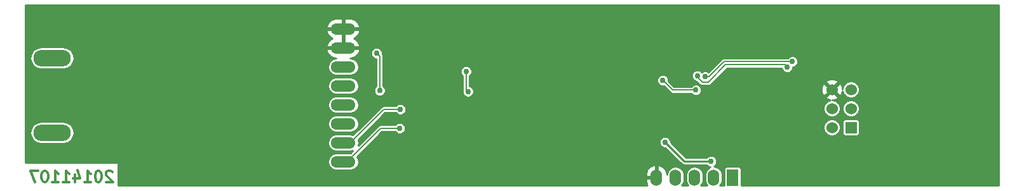
<source format=gbl>
G04 #@! TF.FileFunction,Copper,L2,Bot,Signal*
%FSLAX46Y46*%
G04 Gerber Fmt 4.6, Leading zero omitted, Abs format (unit mm)*
G04 Created by KiCad (PCBNEW 0.201411071246+5256~19~ubuntu14.04.1-product) date Sun 09 Nov 2014 14:56:43 NZDT*
%MOMM*%
G01*
G04 APERTURE LIST*
%ADD10C,0.150000*%
%ADD11C,0.300000*%
%ADD12R,1.524000X1.524000*%
%ADD13C,1.524000*%
%ADD14O,3.302000X1.524000*%
%ADD15O,5.000000X2.199640*%
%ADD16R,1.524000X2.199640*%
%ADD17O,1.524000X2.199640*%
%ADD18C,0.762000*%
%ADD19C,0.254000*%
%ADD20C,0.177800*%
G04 APERTURE END LIST*
D10*
D11*
X43020570Y-72727429D02*
X42949141Y-72656000D01*
X42806284Y-72584571D01*
X42449141Y-72584571D01*
X42306284Y-72656000D01*
X42234855Y-72727429D01*
X42163427Y-72870286D01*
X42163427Y-73013143D01*
X42234855Y-73227429D01*
X43091998Y-74084571D01*
X42163427Y-74084571D01*
X41234856Y-72584571D02*
X41091999Y-72584571D01*
X40949142Y-72656000D01*
X40877713Y-72727429D01*
X40806284Y-72870286D01*
X40734856Y-73156000D01*
X40734856Y-73513143D01*
X40806284Y-73798857D01*
X40877713Y-73941714D01*
X40949142Y-74013143D01*
X41091999Y-74084571D01*
X41234856Y-74084571D01*
X41377713Y-74013143D01*
X41449142Y-73941714D01*
X41520570Y-73798857D01*
X41591999Y-73513143D01*
X41591999Y-73156000D01*
X41520570Y-72870286D01*
X41449142Y-72727429D01*
X41377713Y-72656000D01*
X41234856Y-72584571D01*
X39306285Y-74084571D02*
X40163428Y-74084571D01*
X39734856Y-74084571D02*
X39734856Y-72584571D01*
X39877713Y-72798857D01*
X40020571Y-72941714D01*
X40163428Y-73013143D01*
X38020571Y-73084571D02*
X38020571Y-74084571D01*
X38377714Y-72513143D02*
X38734857Y-73584571D01*
X37806285Y-73584571D01*
X36449143Y-74084571D02*
X37306286Y-74084571D01*
X36877714Y-74084571D02*
X36877714Y-72584571D01*
X37020571Y-72798857D01*
X37163429Y-72941714D01*
X37306286Y-73013143D01*
X35020572Y-74084571D02*
X35877715Y-74084571D01*
X35449143Y-74084571D02*
X35449143Y-72584571D01*
X35592000Y-72798857D01*
X35734858Y-72941714D01*
X35877715Y-73013143D01*
X34092001Y-72584571D02*
X33949144Y-72584571D01*
X33806287Y-72656000D01*
X33734858Y-72727429D01*
X33663429Y-72870286D01*
X33592001Y-73156000D01*
X33592001Y-73513143D01*
X33663429Y-73798857D01*
X33734858Y-73941714D01*
X33806287Y-74013143D01*
X33949144Y-74084571D01*
X34092001Y-74084571D01*
X34234858Y-74013143D01*
X34306287Y-73941714D01*
X34377715Y-73798857D01*
X34449144Y-73513143D01*
X34449144Y-73156000D01*
X34377715Y-72870286D01*
X34306287Y-72727429D01*
X34234858Y-72656000D01*
X34092001Y-72584571D01*
X33092001Y-72584571D02*
X32092001Y-72584571D01*
X32734858Y-74084571D01*
D12*
X141478000Y-66802000D03*
D13*
X138938000Y-66802000D03*
X141478000Y-64262000D03*
X138938000Y-64262000D03*
X141478000Y-61722000D03*
X138938000Y-61722000D03*
D14*
X73787000Y-71390000D03*
X73787000Y-68850000D03*
X73787000Y-66310000D03*
X73787000Y-63770000D03*
X73787000Y-61230000D03*
X73787000Y-58690000D03*
X73787000Y-56150000D03*
X73787000Y-53610000D03*
D15*
X35000000Y-57500000D03*
X35000000Y-67500000D03*
D16*
X125680000Y-73500000D03*
D17*
X123140000Y-73500000D03*
X120600000Y-73500000D03*
X118060000Y-73500000D03*
X115520000Y-73500000D03*
D18*
X116687600Y-68757800D03*
X122834400Y-71323200D03*
X116403051Y-60484308D03*
X120802400Y-61798200D03*
X81330800Y-66903600D03*
X81407000Y-64363600D03*
X121005773Y-59857828D03*
X132987831Y-58730688D03*
X122010690Y-60007500D03*
X133667500Y-57975500D03*
X93472000Y-66040000D03*
X132842000Y-60960000D03*
X144272000Y-68580000D03*
X142240000Y-71120000D03*
X136144000Y-71489561D03*
X136144000Y-70612000D03*
X155956000Y-64516000D03*
X154432000Y-64516000D03*
X152908000Y-64516000D03*
X151384000Y-64516000D03*
X149860000Y-64516000D03*
X148336000Y-64516000D03*
X147828000Y-62992000D03*
X149352000Y-62992000D03*
X150876000Y-62992000D03*
X152400000Y-62992000D03*
X153924000Y-62992000D03*
X155448000Y-62992000D03*
X155956000Y-61468000D03*
X154432000Y-61468000D03*
X152908000Y-61468000D03*
X151384000Y-61468000D03*
X149860000Y-61468000D03*
X148336000Y-61468000D03*
X147828000Y-59944000D03*
X149352000Y-59944000D03*
X150876000Y-59944000D03*
X152400000Y-59944000D03*
X153924000Y-59944000D03*
X155448000Y-59944000D03*
X155956000Y-58420000D03*
X154432000Y-58420000D03*
X152908000Y-58420000D03*
X151384000Y-58420000D03*
X149860000Y-58420000D03*
X148336000Y-58420000D03*
X155448000Y-56896000D03*
X153924000Y-56896000D03*
X152400000Y-56896000D03*
X150876000Y-56896000D03*
X149352000Y-56896000D03*
X147828000Y-56896000D03*
X160782000Y-56964990D03*
X160020000Y-56964990D03*
X159258000Y-56964580D03*
X159255266Y-59250090D03*
X160020000Y-59251010D03*
X160782000Y-59251010D03*
X126746000Y-68326000D03*
X129540000Y-65278000D03*
X127264813Y-57108856D03*
X125222000Y-57087998D03*
X115000000Y-63100000D03*
X117200000Y-63900000D03*
X88519000Y-73406000D03*
X88519000Y-72390000D03*
X88519000Y-70612000D03*
X88519000Y-69596000D03*
X91567000Y-73533000D03*
X91567000Y-72517000D03*
X91567000Y-71501000D03*
X110363000Y-72263000D03*
X110363000Y-71247000D03*
X110363000Y-70231000D03*
X98298000Y-71247000D03*
X119888000Y-54610000D03*
X109220000Y-54610000D03*
X52324000Y-60198000D03*
X52324000Y-61468000D03*
X53340000Y-61468000D03*
X53340000Y-60198000D03*
X38608000Y-53086000D03*
X38608000Y-54102000D03*
X38608000Y-59182000D03*
X38608000Y-58166000D03*
X54356000Y-71120000D03*
X55372000Y-71120000D03*
X56388000Y-71120000D03*
X58674000Y-53086000D03*
X59690000Y-53086000D03*
X60706000Y-53086000D03*
X66548000Y-53086000D03*
X67564000Y-53086000D03*
X68580000Y-53086000D03*
X62230000Y-71120000D03*
X63246000Y-71120000D03*
X64262000Y-71120000D03*
X100027740Y-59923682D03*
X100606860Y-65552318D03*
X100329479Y-71246479D03*
X121412000Y-63754000D03*
X124460000Y-61468000D03*
X136207500Y-56832500D03*
X104457500Y-63182500D03*
X78232000Y-56845200D03*
X78648558Y-61849000D03*
X90170000Y-59309000D03*
X90424000Y-61976000D03*
D19*
X122834400Y-71323200D02*
X119253000Y-71323200D01*
X119253000Y-71323200D02*
X116687600Y-68757800D01*
X125680000Y-73162180D02*
X125680000Y-73500000D01*
D20*
X116784050Y-60865307D02*
X116403051Y-60484308D01*
X117716943Y-61798200D02*
X116784050Y-60865307D01*
X120802400Y-61798200D02*
X117716943Y-61798200D01*
X78765400Y-66903600D02*
X81330800Y-66903600D01*
X74279000Y-71390000D02*
X78765400Y-66903600D01*
X73787000Y-71390000D02*
X74279000Y-71390000D01*
X79162400Y-64363600D02*
X81407000Y-64363600D01*
X74676000Y-68850000D02*
X79162400Y-64363600D01*
X73787000Y-68850000D02*
X74676000Y-68850000D01*
X121663217Y-60731401D02*
X122436274Y-60731401D01*
X121005773Y-60073957D02*
X121663217Y-60731401D01*
X121005773Y-59857828D02*
X121005773Y-60073957D01*
X122436274Y-60731401D02*
X124760365Y-58407310D01*
X132664453Y-58407310D02*
X132987831Y-58730688D01*
X124760365Y-58407310D02*
X132664453Y-58407310D01*
X124581505Y-57975500D02*
X133667500Y-57975500D01*
X122549505Y-60007500D02*
X124581505Y-57975500D01*
X122010690Y-60007500D02*
X122549505Y-60007500D01*
D19*
X144272000Y-68580000D02*
X148336000Y-64516000D01*
X104457500Y-63182500D02*
X102087682Y-65552318D01*
X102087682Y-65552318D02*
X100606860Y-65552318D01*
X115000000Y-63100000D02*
X115000000Y-60390000D01*
X115000000Y-60390000D02*
X109220000Y-54610000D01*
X125222000Y-57087998D02*
X122365998Y-57087998D01*
X122365998Y-57087998D02*
X119888000Y-54610000D01*
X142240000Y-71120000D02*
X144272000Y-69088000D01*
X144272000Y-69088000D02*
X144272000Y-68580000D01*
X136144000Y-70612000D02*
X136144000Y-71489561D01*
D20*
X154432000Y-64516000D02*
X155956000Y-64516000D01*
X151384000Y-64516000D02*
X152908000Y-64516000D01*
X148336000Y-64516000D02*
X149860000Y-64516000D01*
X149352000Y-62992000D02*
X147828000Y-62992000D01*
X152400000Y-62992000D02*
X150876000Y-62992000D01*
X155448000Y-62992000D02*
X153924000Y-62992000D01*
X154432000Y-61468000D02*
X155956000Y-61468000D01*
X151384000Y-61468000D02*
X152908000Y-61468000D01*
X148336000Y-61468000D02*
X149860000Y-61468000D01*
X149352000Y-59944000D02*
X147828000Y-59944000D01*
X152400000Y-59944000D02*
X150876000Y-59944000D01*
X155448000Y-59944000D02*
X153924000Y-59944000D01*
X154432000Y-58420000D02*
X155956000Y-58420000D01*
X151384000Y-58420000D02*
X152908000Y-58420000D01*
X148336000Y-58420000D02*
X149860000Y-58420000D01*
X153924000Y-56896000D02*
X155448000Y-56896000D01*
X150876000Y-56896000D02*
X152400000Y-56896000D01*
X147828000Y-56896000D02*
X149352000Y-56896000D01*
X160782000Y-56964990D02*
X160401001Y-57345989D01*
X160401001Y-57345989D02*
X160401001Y-58870011D01*
X160401001Y-58870011D02*
X160782000Y-59251010D01*
X159258000Y-56964580D02*
X160017925Y-56967065D01*
X160017925Y-56967065D02*
X160020000Y-56964990D01*
X160020000Y-59251010D02*
X159256186Y-59251010D01*
X159256186Y-59251010D02*
X159255266Y-59250090D01*
D19*
X125222000Y-57087998D02*
X127243955Y-57087998D01*
X127243955Y-57087998D02*
X127264813Y-57108856D01*
X88519000Y-72390000D02*
X88519000Y-73406000D01*
X88519000Y-69596000D02*
X88519000Y-70612000D01*
X91567000Y-71501000D02*
X91567000Y-72517000D01*
X110363000Y-70231000D02*
X110363000Y-71247000D01*
X52324000Y-60198000D02*
X52324000Y-61468000D01*
X53340000Y-61468000D02*
X53340000Y-60198000D01*
X38608000Y-53086000D02*
X38608000Y-54102000D01*
X38608000Y-59182000D02*
X38608000Y-58166000D01*
X54356000Y-71120000D02*
X55372000Y-71120000D01*
X58674000Y-53086000D02*
X59690000Y-53086000D01*
X66548000Y-53086000D02*
X67564000Y-53086000D01*
X62230000Y-71120000D02*
X63246000Y-71120000D01*
D20*
X78648558Y-57261758D02*
X78648558Y-61849000D01*
X78232000Y-56845200D02*
X78648558Y-57261758D01*
X90170000Y-61722000D02*
X90424000Y-61976000D01*
X90170000Y-59309000D02*
X90170000Y-61722000D01*
D19*
G36*
X161163000Y-74569000D02*
X142621198Y-74569000D01*
X142621198Y-64035641D01*
X142621198Y-61495641D01*
X142447554Y-61075388D01*
X142126303Y-60753577D01*
X141706354Y-60579199D01*
X141251641Y-60578802D01*
X140831388Y-60752446D01*
X140509577Y-61073697D01*
X140335199Y-61493646D01*
X140335029Y-61687660D01*
X140319362Y-61374632D01*
X140160397Y-60990857D01*
X139918213Y-60921392D01*
X139738608Y-61100997D01*
X139738608Y-60741787D01*
X139669143Y-60499603D01*
X139145698Y-60312856D01*
X138590632Y-60340638D01*
X138206857Y-60499603D01*
X138137392Y-60741787D01*
X138938000Y-61542395D01*
X139738608Y-60741787D01*
X139738608Y-61100997D01*
X139117605Y-61722000D01*
X139918213Y-62522608D01*
X140160397Y-62453143D01*
X140337852Y-61955741D01*
X140508446Y-62368612D01*
X140829697Y-62690423D01*
X141249646Y-62864801D01*
X141704359Y-62865198D01*
X142124612Y-62691554D01*
X142446423Y-62370303D01*
X142620801Y-61950354D01*
X142621198Y-61495641D01*
X142621198Y-64035641D01*
X142447554Y-63615388D01*
X142126303Y-63293577D01*
X141706354Y-63119199D01*
X141251641Y-63118802D01*
X140831388Y-63292446D01*
X140509577Y-63613697D01*
X140335199Y-64033646D01*
X140334802Y-64488359D01*
X140508446Y-64908612D01*
X140829697Y-65230423D01*
X141249646Y-65404801D01*
X141704359Y-65405198D01*
X142124612Y-65231554D01*
X142446423Y-64910303D01*
X142620801Y-64490354D01*
X142621198Y-64035641D01*
X142621198Y-74569000D01*
X142621000Y-74569000D01*
X142621000Y-67639785D01*
X142621000Y-67488214D01*
X142621000Y-65964214D01*
X142562996Y-65824180D01*
X142455819Y-65717004D01*
X142315785Y-65659000D01*
X142164214Y-65659000D01*
X140640214Y-65659000D01*
X140500180Y-65717004D01*
X140393004Y-65824181D01*
X140335000Y-65964215D01*
X140335000Y-66115786D01*
X140335000Y-67639786D01*
X140393004Y-67779820D01*
X140500181Y-67886996D01*
X140640215Y-67945000D01*
X140791786Y-67945000D01*
X142315786Y-67945000D01*
X142455820Y-67886996D01*
X142562996Y-67779819D01*
X142621000Y-67639785D01*
X142621000Y-74569000D01*
X140081198Y-74569000D01*
X140081198Y-66575641D01*
X140081198Y-64035641D01*
X139907554Y-63615388D01*
X139586303Y-63293577D01*
X139166354Y-63119199D01*
X138972339Y-63119029D01*
X139285368Y-63103362D01*
X139669143Y-62944397D01*
X139738608Y-62702213D01*
X138938000Y-61901605D01*
X138758395Y-62081210D01*
X138758395Y-61722000D01*
X137957787Y-60921392D01*
X137715603Y-60990857D01*
X137528856Y-61514302D01*
X137556638Y-62069368D01*
X137715603Y-62453143D01*
X137957787Y-62522608D01*
X138758395Y-61722000D01*
X138758395Y-62081210D01*
X138137392Y-62702213D01*
X138206857Y-62944397D01*
X138704258Y-63121852D01*
X138291388Y-63292446D01*
X137969577Y-63613697D01*
X137795199Y-64033646D01*
X137794802Y-64488359D01*
X137968446Y-64908612D01*
X138289697Y-65230423D01*
X138709646Y-65404801D01*
X139164359Y-65405198D01*
X139584612Y-65231554D01*
X139906423Y-64910303D01*
X140080801Y-64490354D01*
X140081198Y-64035641D01*
X140081198Y-66575641D01*
X139907554Y-66155388D01*
X139586303Y-65833577D01*
X139166354Y-65659199D01*
X138711641Y-65658802D01*
X138291388Y-65832446D01*
X137969577Y-66153697D01*
X137795199Y-66573646D01*
X137794802Y-67028359D01*
X137968446Y-67448612D01*
X138289697Y-67770423D01*
X138709646Y-67944801D01*
X139164359Y-67945198D01*
X139584612Y-67771554D01*
X139906423Y-67450303D01*
X140080801Y-67030354D01*
X140081198Y-66575641D01*
X140081198Y-74569000D01*
X134429632Y-74569000D01*
X134429632Y-57824594D01*
X134313868Y-57544426D01*
X134099702Y-57329885D01*
X133819736Y-57213633D01*
X133516594Y-57213368D01*
X133236426Y-57329132D01*
X133059649Y-57505600D01*
X124581505Y-57505600D01*
X124401682Y-57541369D01*
X124249236Y-57643230D01*
X122486698Y-59405768D01*
X122442892Y-59361885D01*
X122162926Y-59245633D01*
X121859784Y-59245368D01*
X121584584Y-59359079D01*
X121437975Y-59212213D01*
X121158009Y-59095961D01*
X120854867Y-59095696D01*
X120574699Y-59211460D01*
X120360158Y-59425626D01*
X120243906Y-59705592D01*
X120243641Y-60008734D01*
X120359405Y-60288902D01*
X120573571Y-60503443D01*
X120853537Y-60619695D01*
X120887001Y-60619724D01*
X121330947Y-61063670D01*
X121330948Y-61063670D01*
X121483394Y-61165532D01*
X121663217Y-61201301D01*
X122436274Y-61201301D01*
X122436274Y-61201300D01*
X122616097Y-61165532D01*
X122768543Y-61063670D01*
X124955003Y-58877210D01*
X132225702Y-58877210D01*
X132225699Y-58881594D01*
X132341463Y-59161762D01*
X132555629Y-59376303D01*
X132835595Y-59492555D01*
X133138737Y-59492820D01*
X133418905Y-59377056D01*
X133633446Y-59162890D01*
X133749698Y-58882924D01*
X133749825Y-58737572D01*
X133818406Y-58737632D01*
X134098574Y-58621868D01*
X134313115Y-58407702D01*
X134429367Y-58127736D01*
X134429632Y-57824594D01*
X134429632Y-74569000D01*
X126823000Y-74569000D01*
X126823000Y-74524034D01*
X126823000Y-72324394D01*
X126764996Y-72184360D01*
X126657819Y-72077184D01*
X126517785Y-72019180D01*
X126366214Y-72019180D01*
X124842214Y-72019180D01*
X124702180Y-72077184D01*
X124595004Y-72184361D01*
X124537000Y-72324395D01*
X124537000Y-72475966D01*
X124537000Y-74569000D01*
X124019085Y-74569000D01*
X124195994Y-74304238D01*
X124283000Y-73866831D01*
X124283000Y-73133169D01*
X124195994Y-72695762D01*
X123948223Y-72324946D01*
X123577407Y-72077175D01*
X123191043Y-72000322D01*
X123265474Y-71969568D01*
X123480015Y-71755402D01*
X123596267Y-71475436D01*
X123596532Y-71172294D01*
X123480768Y-70892126D01*
X123266602Y-70677585D01*
X122986636Y-70561333D01*
X122683494Y-70561068D01*
X122403326Y-70676832D01*
X122264715Y-70815200D01*
X121564532Y-70815200D01*
X121564532Y-61647294D01*
X121448768Y-61367126D01*
X121234602Y-61152585D01*
X120954636Y-61036333D01*
X120651494Y-61036068D01*
X120371326Y-61151832D01*
X120194549Y-61328300D01*
X117911581Y-61328300D01*
X117164965Y-60581684D01*
X117165183Y-60333402D01*
X117049419Y-60053234D01*
X116835253Y-59838693D01*
X116555287Y-59722441D01*
X116252145Y-59722176D01*
X115971977Y-59837940D01*
X115757436Y-60052106D01*
X115641184Y-60332072D01*
X115640919Y-60635214D01*
X115756683Y-60915382D01*
X115970849Y-61129923D01*
X116250815Y-61246175D01*
X116500598Y-61246393D01*
X117384674Y-62130470D01*
X117537120Y-62232331D01*
X117716943Y-62268100D01*
X120194790Y-62268100D01*
X120370198Y-62443815D01*
X120650164Y-62560067D01*
X120953306Y-62560332D01*
X121233474Y-62444568D01*
X121448015Y-62230402D01*
X121564267Y-61950436D01*
X121564532Y-61647294D01*
X121564532Y-70815200D01*
X119463420Y-70815200D01*
X117449562Y-68801341D01*
X117449732Y-68606894D01*
X117333968Y-68326726D01*
X117119802Y-68112185D01*
X116839836Y-67995933D01*
X116536694Y-67995668D01*
X116256526Y-68111432D01*
X116041985Y-68325598D01*
X115925733Y-68605564D01*
X115925468Y-68908706D01*
X116041232Y-69188874D01*
X116255398Y-69403415D01*
X116535364Y-69519667D01*
X116731218Y-69519838D01*
X118893789Y-71682410D01*
X118893790Y-71682410D01*
X119003910Y-71755990D01*
X119058596Y-71792530D01*
X119058597Y-71792531D01*
X119253000Y-71831200D01*
X122264823Y-71831200D01*
X122402198Y-71968815D01*
X122682164Y-72085067D01*
X122690770Y-72085074D01*
X122331777Y-72324946D01*
X122084006Y-72695762D01*
X121997000Y-73133169D01*
X121997000Y-73866831D01*
X122084006Y-74304238D01*
X122260914Y-74569000D01*
X121479085Y-74569000D01*
X121655994Y-74304238D01*
X121743000Y-73866831D01*
X121743000Y-73133169D01*
X121655994Y-72695762D01*
X121408223Y-72324946D01*
X121037407Y-72077175D01*
X120600000Y-71990169D01*
X120162593Y-72077175D01*
X119791777Y-72324946D01*
X119544006Y-72695762D01*
X119457000Y-73133169D01*
X119457000Y-73866831D01*
X119544006Y-74304238D01*
X119720914Y-74569000D01*
X118939085Y-74569000D01*
X119115994Y-74304238D01*
X119203000Y-73866831D01*
X119203000Y-73133169D01*
X119115994Y-72695762D01*
X118868223Y-72324946D01*
X118497407Y-72077175D01*
X118060000Y-71990169D01*
X117622593Y-72077175D01*
X117251777Y-72324946D01*
X117004006Y-72695762D01*
X116917000Y-73133169D01*
X116917000Y-73035180D01*
X116762059Y-72510239D01*
X116418026Y-72084550D01*
X115937277Y-71822920D01*
X115863070Y-71807960D01*
X115647000Y-71930460D01*
X115647000Y-73373000D01*
X115667000Y-73373000D01*
X115667000Y-73627000D01*
X115647000Y-73627000D01*
X115647000Y-73647000D01*
X115393000Y-73647000D01*
X115393000Y-73627000D01*
X115393000Y-73373000D01*
X115393000Y-71930460D01*
X115176930Y-71807960D01*
X115102723Y-71822920D01*
X114621974Y-72084550D01*
X114277941Y-72510239D01*
X114123000Y-73035180D01*
X114123000Y-73373000D01*
X115393000Y-73373000D01*
X115393000Y-73627000D01*
X114123000Y-73627000D01*
X114123000Y-73964820D01*
X114277941Y-74489761D01*
X114341980Y-74569000D01*
X91186132Y-74569000D01*
X91186132Y-61825094D01*
X91070368Y-61544926D01*
X90856202Y-61330385D01*
X90639900Y-61240568D01*
X90639900Y-59916609D01*
X90815615Y-59741202D01*
X90931867Y-59461236D01*
X90932132Y-59158094D01*
X90816368Y-58877926D01*
X90602202Y-58663385D01*
X90322236Y-58547133D01*
X90019094Y-58546868D01*
X89738926Y-58662632D01*
X89524385Y-58876798D01*
X89408133Y-59156764D01*
X89407868Y-59459906D01*
X89523632Y-59740074D01*
X89700100Y-59916850D01*
X89700100Y-61722000D01*
X89701489Y-61728982D01*
X89701489Y-61728983D01*
X89662133Y-61823764D01*
X89661868Y-62126906D01*
X89777632Y-62407074D01*
X89991798Y-62621615D01*
X90271764Y-62737867D01*
X90574906Y-62738132D01*
X90855074Y-62622368D01*
X91069615Y-62408202D01*
X91185867Y-62128236D01*
X91186132Y-61825094D01*
X91186132Y-74569000D01*
X82169132Y-74569000D01*
X82169132Y-64212694D01*
X82053368Y-63932526D01*
X81839202Y-63717985D01*
X81559236Y-63601733D01*
X81256094Y-63601468D01*
X80975926Y-63717232D01*
X80799149Y-63893700D01*
X79410690Y-63893700D01*
X79410690Y-61698094D01*
X79294926Y-61417926D01*
X79118458Y-61241149D01*
X79118458Y-57261758D01*
X79082689Y-57081935D01*
X78993909Y-56949067D01*
X78994132Y-56694294D01*
X78878368Y-56414126D01*
X78664202Y-56199585D01*
X78384236Y-56083333D01*
X78081094Y-56083068D01*
X77800926Y-56198832D01*
X77586385Y-56412998D01*
X77470133Y-56692964D01*
X77469868Y-56996106D01*
X77585632Y-57276274D01*
X77799798Y-57490815D01*
X78079764Y-57607067D01*
X78178658Y-57607153D01*
X78178658Y-61241390D01*
X78002943Y-61416798D01*
X77886691Y-61696764D01*
X77886426Y-61999906D01*
X78002190Y-62280074D01*
X78216356Y-62494615D01*
X78496322Y-62610867D01*
X78799464Y-62611132D01*
X79079632Y-62495368D01*
X79294173Y-62281202D01*
X79410425Y-62001236D01*
X79410690Y-61698094D01*
X79410690Y-63893700D01*
X79162400Y-63893700D01*
X78982577Y-63929469D01*
X78830131Y-64031330D01*
X76030220Y-66831241D01*
X76030220Y-56493070D01*
X76030220Y-55806930D01*
X76015260Y-55732723D01*
X75753630Y-55251974D01*
X75327941Y-54907941D01*
X75233276Y-54880000D01*
X75327941Y-54852059D01*
X75753630Y-54508026D01*
X76015260Y-54027277D01*
X76030220Y-53953070D01*
X76030220Y-53266930D01*
X76015260Y-53192723D01*
X75753630Y-52711974D01*
X75327941Y-52367941D01*
X74803000Y-52213000D01*
X73914000Y-52213000D01*
X73914000Y-53483000D01*
X75907720Y-53483000D01*
X76030220Y-53266930D01*
X76030220Y-53953070D01*
X75907720Y-53737000D01*
X73914000Y-53737000D01*
X73914000Y-54753000D01*
X73914000Y-55007000D01*
X73914000Y-56023000D01*
X75907720Y-56023000D01*
X76030220Y-55806930D01*
X76030220Y-56493070D01*
X75907720Y-56277000D01*
X73914000Y-56277000D01*
X73914000Y-56297000D01*
X73660000Y-56297000D01*
X73660000Y-56277000D01*
X73660000Y-56023000D01*
X73660000Y-55007000D01*
X73660000Y-54753000D01*
X73660000Y-53737000D01*
X73660000Y-53483000D01*
X73660000Y-52213000D01*
X72771000Y-52213000D01*
X72246059Y-52367941D01*
X71820370Y-52711974D01*
X71558740Y-53192723D01*
X71543780Y-53266930D01*
X71666280Y-53483000D01*
X73660000Y-53483000D01*
X73660000Y-53737000D01*
X71666280Y-53737000D01*
X71543780Y-53953070D01*
X71558740Y-54027277D01*
X71820370Y-54508026D01*
X72246059Y-54852059D01*
X72340723Y-54880000D01*
X72246059Y-54907941D01*
X71820370Y-55251974D01*
X71558740Y-55732723D01*
X71543780Y-55806930D01*
X71666280Y-56023000D01*
X73660000Y-56023000D01*
X73660000Y-56277000D01*
X71666280Y-56277000D01*
X71543780Y-56493070D01*
X71558740Y-56567277D01*
X71820370Y-57048026D01*
X72246059Y-57392059D01*
X72771000Y-57547000D01*
X72858191Y-57547000D01*
X72420784Y-57634006D01*
X72049968Y-57881777D01*
X71802197Y-58252593D01*
X71715191Y-58690000D01*
X71802197Y-59127407D01*
X72049968Y-59498223D01*
X72420784Y-59745994D01*
X72858191Y-59833000D01*
X74715809Y-59833000D01*
X75153216Y-59745994D01*
X75524032Y-59498223D01*
X75771803Y-59127407D01*
X75858809Y-58690000D01*
X75771803Y-58252593D01*
X75524032Y-57881777D01*
X75153216Y-57634006D01*
X74715809Y-57547000D01*
X74803000Y-57547000D01*
X75327941Y-57392059D01*
X75753630Y-57048026D01*
X76015260Y-56567277D01*
X76030220Y-56493070D01*
X76030220Y-66831241D01*
X75858809Y-67002652D01*
X75858809Y-66310000D01*
X75858809Y-63770000D01*
X75858809Y-61230000D01*
X75771803Y-60792593D01*
X75524032Y-60421777D01*
X75153216Y-60174006D01*
X74715809Y-60087000D01*
X72858191Y-60087000D01*
X72420784Y-60174006D01*
X72049968Y-60421777D01*
X71802197Y-60792593D01*
X71715191Y-61230000D01*
X71802197Y-61667407D01*
X72049968Y-62038223D01*
X72420784Y-62285994D01*
X72858191Y-62373000D01*
X74715809Y-62373000D01*
X75153216Y-62285994D01*
X75524032Y-62038223D01*
X75771803Y-61667407D01*
X75858809Y-61230000D01*
X75858809Y-63770000D01*
X75771803Y-63332593D01*
X75524032Y-62961777D01*
X75153216Y-62714006D01*
X74715809Y-62627000D01*
X72858191Y-62627000D01*
X72420784Y-62714006D01*
X72049968Y-62961777D01*
X71802197Y-63332593D01*
X71715191Y-63770000D01*
X71802197Y-64207407D01*
X72049968Y-64578223D01*
X72420784Y-64825994D01*
X72858191Y-64913000D01*
X74715809Y-64913000D01*
X75153216Y-64825994D01*
X75524032Y-64578223D01*
X75771803Y-64207407D01*
X75858809Y-63770000D01*
X75858809Y-66310000D01*
X75771803Y-65872593D01*
X75524032Y-65501777D01*
X75153216Y-65254006D01*
X74715809Y-65167000D01*
X72858191Y-65167000D01*
X72420784Y-65254006D01*
X72049968Y-65501777D01*
X71802197Y-65872593D01*
X71715191Y-66310000D01*
X71802197Y-66747407D01*
X72049968Y-67118223D01*
X72420784Y-67365994D01*
X72858191Y-67453000D01*
X74715809Y-67453000D01*
X75153216Y-67365994D01*
X75524032Y-67118223D01*
X75771803Y-66747407D01*
X75858809Y-66310000D01*
X75858809Y-67002652D01*
X75081684Y-67779777D01*
X74715809Y-67707000D01*
X72858191Y-67707000D01*
X72420784Y-67794006D01*
X72049968Y-68041777D01*
X71802197Y-68412593D01*
X71715191Y-68850000D01*
X71802197Y-69287407D01*
X72049968Y-69658223D01*
X72420784Y-69905994D01*
X72858191Y-69993000D01*
X74715809Y-69993000D01*
X75084873Y-69919588D01*
X74750551Y-70253910D01*
X74715809Y-70247000D01*
X72858191Y-70247000D01*
X72420784Y-70334006D01*
X72049968Y-70581777D01*
X71802197Y-70952593D01*
X71715191Y-71390000D01*
X71802197Y-71827407D01*
X72049968Y-72198223D01*
X72420784Y-72445994D01*
X72858191Y-72533000D01*
X74715809Y-72533000D01*
X75153216Y-72445994D01*
X75524032Y-72198223D01*
X75771803Y-71827407D01*
X75858809Y-71390000D01*
X75771803Y-70952593D01*
X75615247Y-70718290D01*
X78960038Y-67373500D01*
X80723190Y-67373500D01*
X80898598Y-67549215D01*
X81178564Y-67665467D01*
X81481706Y-67665732D01*
X81761874Y-67549968D01*
X81976415Y-67335802D01*
X82092667Y-67055836D01*
X82092932Y-66752694D01*
X81977168Y-66472526D01*
X81763002Y-66257985D01*
X81483036Y-66141733D01*
X81179894Y-66141468D01*
X80899726Y-66257232D01*
X80722949Y-66433700D01*
X78765400Y-66433700D01*
X78585577Y-66469469D01*
X78433131Y-66571330D01*
X75785397Y-69219064D01*
X75858809Y-68850000D01*
X75772822Y-68417716D01*
X79357038Y-64833500D01*
X80799390Y-64833500D01*
X80974798Y-65009215D01*
X81254764Y-65125467D01*
X81557906Y-65125732D01*
X81838074Y-65009968D01*
X82052615Y-64795802D01*
X82168867Y-64515836D01*
X82169132Y-64212694D01*
X82169132Y-74569000D01*
X43837284Y-74569000D01*
X43837284Y-71525000D01*
X37937442Y-71525000D01*
X37937442Y-67500000D01*
X37937442Y-57500000D01*
X37824721Y-56933315D01*
X37503720Y-56452902D01*
X37023307Y-56131901D01*
X36456622Y-56019180D01*
X33543378Y-56019180D01*
X32976693Y-56131901D01*
X32496280Y-56452902D01*
X32175279Y-56933315D01*
X32062558Y-57500000D01*
X32175279Y-58066685D01*
X32496280Y-58547098D01*
X32976693Y-58868099D01*
X33543378Y-58980820D01*
X36456622Y-58980820D01*
X37023307Y-58868099D01*
X37503720Y-58547098D01*
X37824721Y-58066685D01*
X37937442Y-57500000D01*
X37937442Y-67500000D01*
X37824721Y-66933315D01*
X37503720Y-66452902D01*
X37023307Y-66131901D01*
X36456622Y-66019180D01*
X33543378Y-66019180D01*
X32976693Y-66131901D01*
X32496280Y-66452902D01*
X32175279Y-66933315D01*
X32062558Y-67500000D01*
X32175279Y-68066685D01*
X32496280Y-68547098D01*
X32976693Y-68868099D01*
X33543378Y-68980820D01*
X36456622Y-68980820D01*
X37023307Y-68868099D01*
X37503720Y-68547098D01*
X37824721Y-68066685D01*
X37937442Y-67500000D01*
X37937442Y-71525000D01*
X31431000Y-71525000D01*
X31431000Y-50431000D01*
X161163000Y-50431000D01*
X161163000Y-74569000D01*
X161163000Y-74569000D01*
G37*
X161163000Y-74569000D02*
X142621198Y-74569000D01*
X142621198Y-64035641D01*
X142621198Y-61495641D01*
X142447554Y-61075388D01*
X142126303Y-60753577D01*
X141706354Y-60579199D01*
X141251641Y-60578802D01*
X140831388Y-60752446D01*
X140509577Y-61073697D01*
X140335199Y-61493646D01*
X140335029Y-61687660D01*
X140319362Y-61374632D01*
X140160397Y-60990857D01*
X139918213Y-60921392D01*
X139738608Y-61100997D01*
X139738608Y-60741787D01*
X139669143Y-60499603D01*
X139145698Y-60312856D01*
X138590632Y-60340638D01*
X138206857Y-60499603D01*
X138137392Y-60741787D01*
X138938000Y-61542395D01*
X139738608Y-60741787D01*
X139738608Y-61100997D01*
X139117605Y-61722000D01*
X139918213Y-62522608D01*
X140160397Y-62453143D01*
X140337852Y-61955741D01*
X140508446Y-62368612D01*
X140829697Y-62690423D01*
X141249646Y-62864801D01*
X141704359Y-62865198D01*
X142124612Y-62691554D01*
X142446423Y-62370303D01*
X142620801Y-61950354D01*
X142621198Y-61495641D01*
X142621198Y-64035641D01*
X142447554Y-63615388D01*
X142126303Y-63293577D01*
X141706354Y-63119199D01*
X141251641Y-63118802D01*
X140831388Y-63292446D01*
X140509577Y-63613697D01*
X140335199Y-64033646D01*
X140334802Y-64488359D01*
X140508446Y-64908612D01*
X140829697Y-65230423D01*
X141249646Y-65404801D01*
X141704359Y-65405198D01*
X142124612Y-65231554D01*
X142446423Y-64910303D01*
X142620801Y-64490354D01*
X142621198Y-64035641D01*
X142621198Y-74569000D01*
X142621000Y-74569000D01*
X142621000Y-67639785D01*
X142621000Y-67488214D01*
X142621000Y-65964214D01*
X142562996Y-65824180D01*
X142455819Y-65717004D01*
X142315785Y-65659000D01*
X142164214Y-65659000D01*
X140640214Y-65659000D01*
X140500180Y-65717004D01*
X140393004Y-65824181D01*
X140335000Y-65964215D01*
X140335000Y-66115786D01*
X140335000Y-67639786D01*
X140393004Y-67779820D01*
X140500181Y-67886996D01*
X140640215Y-67945000D01*
X140791786Y-67945000D01*
X142315786Y-67945000D01*
X142455820Y-67886996D01*
X142562996Y-67779819D01*
X142621000Y-67639785D01*
X142621000Y-74569000D01*
X140081198Y-74569000D01*
X140081198Y-66575641D01*
X140081198Y-64035641D01*
X139907554Y-63615388D01*
X139586303Y-63293577D01*
X139166354Y-63119199D01*
X138972339Y-63119029D01*
X139285368Y-63103362D01*
X139669143Y-62944397D01*
X139738608Y-62702213D01*
X138938000Y-61901605D01*
X138758395Y-62081210D01*
X138758395Y-61722000D01*
X137957787Y-60921392D01*
X137715603Y-60990857D01*
X137528856Y-61514302D01*
X137556638Y-62069368D01*
X137715603Y-62453143D01*
X137957787Y-62522608D01*
X138758395Y-61722000D01*
X138758395Y-62081210D01*
X138137392Y-62702213D01*
X138206857Y-62944397D01*
X138704258Y-63121852D01*
X138291388Y-63292446D01*
X137969577Y-63613697D01*
X137795199Y-64033646D01*
X137794802Y-64488359D01*
X137968446Y-64908612D01*
X138289697Y-65230423D01*
X138709646Y-65404801D01*
X139164359Y-65405198D01*
X139584612Y-65231554D01*
X139906423Y-64910303D01*
X140080801Y-64490354D01*
X140081198Y-64035641D01*
X140081198Y-66575641D01*
X139907554Y-66155388D01*
X139586303Y-65833577D01*
X139166354Y-65659199D01*
X138711641Y-65658802D01*
X138291388Y-65832446D01*
X137969577Y-66153697D01*
X137795199Y-66573646D01*
X137794802Y-67028359D01*
X137968446Y-67448612D01*
X138289697Y-67770423D01*
X138709646Y-67944801D01*
X139164359Y-67945198D01*
X139584612Y-67771554D01*
X139906423Y-67450303D01*
X140080801Y-67030354D01*
X140081198Y-66575641D01*
X140081198Y-74569000D01*
X134429632Y-74569000D01*
X134429632Y-57824594D01*
X134313868Y-57544426D01*
X134099702Y-57329885D01*
X133819736Y-57213633D01*
X133516594Y-57213368D01*
X133236426Y-57329132D01*
X133059649Y-57505600D01*
X124581505Y-57505600D01*
X124401682Y-57541369D01*
X124249236Y-57643230D01*
X122486698Y-59405768D01*
X122442892Y-59361885D01*
X122162926Y-59245633D01*
X121859784Y-59245368D01*
X121584584Y-59359079D01*
X121437975Y-59212213D01*
X121158009Y-59095961D01*
X120854867Y-59095696D01*
X120574699Y-59211460D01*
X120360158Y-59425626D01*
X120243906Y-59705592D01*
X120243641Y-60008734D01*
X120359405Y-60288902D01*
X120573571Y-60503443D01*
X120853537Y-60619695D01*
X120887001Y-60619724D01*
X121330947Y-61063670D01*
X121330948Y-61063670D01*
X121483394Y-61165532D01*
X121663217Y-61201301D01*
X122436274Y-61201301D01*
X122436274Y-61201300D01*
X122616097Y-61165532D01*
X122768543Y-61063670D01*
X124955003Y-58877210D01*
X132225702Y-58877210D01*
X132225699Y-58881594D01*
X132341463Y-59161762D01*
X132555629Y-59376303D01*
X132835595Y-59492555D01*
X133138737Y-59492820D01*
X133418905Y-59377056D01*
X133633446Y-59162890D01*
X133749698Y-58882924D01*
X133749825Y-58737572D01*
X133818406Y-58737632D01*
X134098574Y-58621868D01*
X134313115Y-58407702D01*
X134429367Y-58127736D01*
X134429632Y-57824594D01*
X134429632Y-74569000D01*
X126823000Y-74569000D01*
X126823000Y-74524034D01*
X126823000Y-72324394D01*
X126764996Y-72184360D01*
X126657819Y-72077184D01*
X126517785Y-72019180D01*
X126366214Y-72019180D01*
X124842214Y-72019180D01*
X124702180Y-72077184D01*
X124595004Y-72184361D01*
X124537000Y-72324395D01*
X124537000Y-72475966D01*
X124537000Y-74569000D01*
X124019085Y-74569000D01*
X124195994Y-74304238D01*
X124283000Y-73866831D01*
X124283000Y-73133169D01*
X124195994Y-72695762D01*
X123948223Y-72324946D01*
X123577407Y-72077175D01*
X123191043Y-72000322D01*
X123265474Y-71969568D01*
X123480015Y-71755402D01*
X123596267Y-71475436D01*
X123596532Y-71172294D01*
X123480768Y-70892126D01*
X123266602Y-70677585D01*
X122986636Y-70561333D01*
X122683494Y-70561068D01*
X122403326Y-70676832D01*
X122264715Y-70815200D01*
X121564532Y-70815200D01*
X121564532Y-61647294D01*
X121448768Y-61367126D01*
X121234602Y-61152585D01*
X120954636Y-61036333D01*
X120651494Y-61036068D01*
X120371326Y-61151832D01*
X120194549Y-61328300D01*
X117911581Y-61328300D01*
X117164965Y-60581684D01*
X117165183Y-60333402D01*
X117049419Y-60053234D01*
X116835253Y-59838693D01*
X116555287Y-59722441D01*
X116252145Y-59722176D01*
X115971977Y-59837940D01*
X115757436Y-60052106D01*
X115641184Y-60332072D01*
X115640919Y-60635214D01*
X115756683Y-60915382D01*
X115970849Y-61129923D01*
X116250815Y-61246175D01*
X116500598Y-61246393D01*
X117384674Y-62130470D01*
X117537120Y-62232331D01*
X117716943Y-62268100D01*
X120194790Y-62268100D01*
X120370198Y-62443815D01*
X120650164Y-62560067D01*
X120953306Y-62560332D01*
X121233474Y-62444568D01*
X121448015Y-62230402D01*
X121564267Y-61950436D01*
X121564532Y-61647294D01*
X121564532Y-70815200D01*
X119463420Y-70815200D01*
X117449562Y-68801341D01*
X117449732Y-68606894D01*
X117333968Y-68326726D01*
X117119802Y-68112185D01*
X116839836Y-67995933D01*
X116536694Y-67995668D01*
X116256526Y-68111432D01*
X116041985Y-68325598D01*
X115925733Y-68605564D01*
X115925468Y-68908706D01*
X116041232Y-69188874D01*
X116255398Y-69403415D01*
X116535364Y-69519667D01*
X116731218Y-69519838D01*
X118893789Y-71682410D01*
X118893790Y-71682410D01*
X119003910Y-71755990D01*
X119058596Y-71792530D01*
X119058597Y-71792531D01*
X119253000Y-71831200D01*
X122264823Y-71831200D01*
X122402198Y-71968815D01*
X122682164Y-72085067D01*
X122690770Y-72085074D01*
X122331777Y-72324946D01*
X122084006Y-72695762D01*
X121997000Y-73133169D01*
X121997000Y-73866831D01*
X122084006Y-74304238D01*
X122260914Y-74569000D01*
X121479085Y-74569000D01*
X121655994Y-74304238D01*
X121743000Y-73866831D01*
X121743000Y-73133169D01*
X121655994Y-72695762D01*
X121408223Y-72324946D01*
X121037407Y-72077175D01*
X120600000Y-71990169D01*
X120162593Y-72077175D01*
X119791777Y-72324946D01*
X119544006Y-72695762D01*
X119457000Y-73133169D01*
X119457000Y-73866831D01*
X119544006Y-74304238D01*
X119720914Y-74569000D01*
X118939085Y-74569000D01*
X119115994Y-74304238D01*
X119203000Y-73866831D01*
X119203000Y-73133169D01*
X119115994Y-72695762D01*
X118868223Y-72324946D01*
X118497407Y-72077175D01*
X118060000Y-71990169D01*
X117622593Y-72077175D01*
X117251777Y-72324946D01*
X117004006Y-72695762D01*
X116917000Y-73133169D01*
X116917000Y-73035180D01*
X116762059Y-72510239D01*
X116418026Y-72084550D01*
X115937277Y-71822920D01*
X115863070Y-71807960D01*
X115647000Y-71930460D01*
X115647000Y-73373000D01*
X115667000Y-73373000D01*
X115667000Y-73627000D01*
X115647000Y-73627000D01*
X115647000Y-73647000D01*
X115393000Y-73647000D01*
X115393000Y-73627000D01*
X115393000Y-73373000D01*
X115393000Y-71930460D01*
X115176930Y-71807960D01*
X115102723Y-71822920D01*
X114621974Y-72084550D01*
X114277941Y-72510239D01*
X114123000Y-73035180D01*
X114123000Y-73373000D01*
X115393000Y-73373000D01*
X115393000Y-73627000D01*
X114123000Y-73627000D01*
X114123000Y-73964820D01*
X114277941Y-74489761D01*
X114341980Y-74569000D01*
X91186132Y-74569000D01*
X91186132Y-61825094D01*
X91070368Y-61544926D01*
X90856202Y-61330385D01*
X90639900Y-61240568D01*
X90639900Y-59916609D01*
X90815615Y-59741202D01*
X90931867Y-59461236D01*
X90932132Y-59158094D01*
X90816368Y-58877926D01*
X90602202Y-58663385D01*
X90322236Y-58547133D01*
X90019094Y-58546868D01*
X89738926Y-58662632D01*
X89524385Y-58876798D01*
X89408133Y-59156764D01*
X89407868Y-59459906D01*
X89523632Y-59740074D01*
X89700100Y-59916850D01*
X89700100Y-61722000D01*
X89701489Y-61728982D01*
X89701489Y-61728983D01*
X89662133Y-61823764D01*
X89661868Y-62126906D01*
X89777632Y-62407074D01*
X89991798Y-62621615D01*
X90271764Y-62737867D01*
X90574906Y-62738132D01*
X90855074Y-62622368D01*
X91069615Y-62408202D01*
X91185867Y-62128236D01*
X91186132Y-61825094D01*
X91186132Y-74569000D01*
X82169132Y-74569000D01*
X82169132Y-64212694D01*
X82053368Y-63932526D01*
X81839202Y-63717985D01*
X81559236Y-63601733D01*
X81256094Y-63601468D01*
X80975926Y-63717232D01*
X80799149Y-63893700D01*
X79410690Y-63893700D01*
X79410690Y-61698094D01*
X79294926Y-61417926D01*
X79118458Y-61241149D01*
X79118458Y-57261758D01*
X79082689Y-57081935D01*
X78993909Y-56949067D01*
X78994132Y-56694294D01*
X78878368Y-56414126D01*
X78664202Y-56199585D01*
X78384236Y-56083333D01*
X78081094Y-56083068D01*
X77800926Y-56198832D01*
X77586385Y-56412998D01*
X77470133Y-56692964D01*
X77469868Y-56996106D01*
X77585632Y-57276274D01*
X77799798Y-57490815D01*
X78079764Y-57607067D01*
X78178658Y-57607153D01*
X78178658Y-61241390D01*
X78002943Y-61416798D01*
X77886691Y-61696764D01*
X77886426Y-61999906D01*
X78002190Y-62280074D01*
X78216356Y-62494615D01*
X78496322Y-62610867D01*
X78799464Y-62611132D01*
X79079632Y-62495368D01*
X79294173Y-62281202D01*
X79410425Y-62001236D01*
X79410690Y-61698094D01*
X79410690Y-63893700D01*
X79162400Y-63893700D01*
X78982577Y-63929469D01*
X78830131Y-64031330D01*
X76030220Y-66831241D01*
X76030220Y-56493070D01*
X76030220Y-55806930D01*
X76015260Y-55732723D01*
X75753630Y-55251974D01*
X75327941Y-54907941D01*
X75233276Y-54880000D01*
X75327941Y-54852059D01*
X75753630Y-54508026D01*
X76015260Y-54027277D01*
X76030220Y-53953070D01*
X76030220Y-53266930D01*
X76015260Y-53192723D01*
X75753630Y-52711974D01*
X75327941Y-52367941D01*
X74803000Y-52213000D01*
X73914000Y-52213000D01*
X73914000Y-53483000D01*
X75907720Y-53483000D01*
X76030220Y-53266930D01*
X76030220Y-53953070D01*
X75907720Y-53737000D01*
X73914000Y-53737000D01*
X73914000Y-54753000D01*
X73914000Y-55007000D01*
X73914000Y-56023000D01*
X75907720Y-56023000D01*
X76030220Y-55806930D01*
X76030220Y-56493070D01*
X75907720Y-56277000D01*
X73914000Y-56277000D01*
X73914000Y-56297000D01*
X73660000Y-56297000D01*
X73660000Y-56277000D01*
X73660000Y-56023000D01*
X73660000Y-55007000D01*
X73660000Y-54753000D01*
X73660000Y-53737000D01*
X73660000Y-53483000D01*
X73660000Y-52213000D01*
X72771000Y-52213000D01*
X72246059Y-52367941D01*
X71820370Y-52711974D01*
X71558740Y-53192723D01*
X71543780Y-53266930D01*
X71666280Y-53483000D01*
X73660000Y-53483000D01*
X73660000Y-53737000D01*
X71666280Y-53737000D01*
X71543780Y-53953070D01*
X71558740Y-54027277D01*
X71820370Y-54508026D01*
X72246059Y-54852059D01*
X72340723Y-54880000D01*
X72246059Y-54907941D01*
X71820370Y-55251974D01*
X71558740Y-55732723D01*
X71543780Y-55806930D01*
X71666280Y-56023000D01*
X73660000Y-56023000D01*
X73660000Y-56277000D01*
X71666280Y-56277000D01*
X71543780Y-56493070D01*
X71558740Y-56567277D01*
X71820370Y-57048026D01*
X72246059Y-57392059D01*
X72771000Y-57547000D01*
X72858191Y-57547000D01*
X72420784Y-57634006D01*
X72049968Y-57881777D01*
X71802197Y-58252593D01*
X71715191Y-58690000D01*
X71802197Y-59127407D01*
X72049968Y-59498223D01*
X72420784Y-59745994D01*
X72858191Y-59833000D01*
X74715809Y-59833000D01*
X75153216Y-59745994D01*
X75524032Y-59498223D01*
X75771803Y-59127407D01*
X75858809Y-58690000D01*
X75771803Y-58252593D01*
X75524032Y-57881777D01*
X75153216Y-57634006D01*
X74715809Y-57547000D01*
X74803000Y-57547000D01*
X75327941Y-57392059D01*
X75753630Y-57048026D01*
X76015260Y-56567277D01*
X76030220Y-56493070D01*
X76030220Y-66831241D01*
X75858809Y-67002652D01*
X75858809Y-66310000D01*
X75858809Y-63770000D01*
X75858809Y-61230000D01*
X75771803Y-60792593D01*
X75524032Y-60421777D01*
X75153216Y-60174006D01*
X74715809Y-60087000D01*
X72858191Y-60087000D01*
X72420784Y-60174006D01*
X72049968Y-60421777D01*
X71802197Y-60792593D01*
X71715191Y-61230000D01*
X71802197Y-61667407D01*
X72049968Y-62038223D01*
X72420784Y-62285994D01*
X72858191Y-62373000D01*
X74715809Y-62373000D01*
X75153216Y-62285994D01*
X75524032Y-62038223D01*
X75771803Y-61667407D01*
X75858809Y-61230000D01*
X75858809Y-63770000D01*
X75771803Y-63332593D01*
X75524032Y-62961777D01*
X75153216Y-62714006D01*
X74715809Y-62627000D01*
X72858191Y-62627000D01*
X72420784Y-62714006D01*
X72049968Y-62961777D01*
X71802197Y-63332593D01*
X71715191Y-63770000D01*
X71802197Y-64207407D01*
X72049968Y-64578223D01*
X72420784Y-64825994D01*
X72858191Y-64913000D01*
X74715809Y-64913000D01*
X75153216Y-64825994D01*
X75524032Y-64578223D01*
X75771803Y-64207407D01*
X75858809Y-63770000D01*
X75858809Y-66310000D01*
X75771803Y-65872593D01*
X75524032Y-65501777D01*
X75153216Y-65254006D01*
X74715809Y-65167000D01*
X72858191Y-65167000D01*
X72420784Y-65254006D01*
X72049968Y-65501777D01*
X71802197Y-65872593D01*
X71715191Y-66310000D01*
X71802197Y-66747407D01*
X72049968Y-67118223D01*
X72420784Y-67365994D01*
X72858191Y-67453000D01*
X74715809Y-67453000D01*
X75153216Y-67365994D01*
X75524032Y-67118223D01*
X75771803Y-66747407D01*
X75858809Y-66310000D01*
X75858809Y-67002652D01*
X75081684Y-67779777D01*
X74715809Y-67707000D01*
X72858191Y-67707000D01*
X72420784Y-67794006D01*
X72049968Y-68041777D01*
X71802197Y-68412593D01*
X71715191Y-68850000D01*
X71802197Y-69287407D01*
X72049968Y-69658223D01*
X72420784Y-69905994D01*
X72858191Y-69993000D01*
X74715809Y-69993000D01*
X75084873Y-69919588D01*
X74750551Y-70253910D01*
X74715809Y-70247000D01*
X72858191Y-70247000D01*
X72420784Y-70334006D01*
X72049968Y-70581777D01*
X71802197Y-70952593D01*
X71715191Y-71390000D01*
X71802197Y-71827407D01*
X72049968Y-72198223D01*
X72420784Y-72445994D01*
X72858191Y-72533000D01*
X74715809Y-72533000D01*
X75153216Y-72445994D01*
X75524032Y-72198223D01*
X75771803Y-71827407D01*
X75858809Y-71390000D01*
X75771803Y-70952593D01*
X75615247Y-70718290D01*
X78960038Y-67373500D01*
X80723190Y-67373500D01*
X80898598Y-67549215D01*
X81178564Y-67665467D01*
X81481706Y-67665732D01*
X81761874Y-67549968D01*
X81976415Y-67335802D01*
X82092667Y-67055836D01*
X82092932Y-66752694D01*
X81977168Y-66472526D01*
X81763002Y-66257985D01*
X81483036Y-66141733D01*
X81179894Y-66141468D01*
X80899726Y-66257232D01*
X80722949Y-66433700D01*
X78765400Y-66433700D01*
X78585577Y-66469469D01*
X78433131Y-66571330D01*
X75785397Y-69219064D01*
X75858809Y-68850000D01*
X75772822Y-68417716D01*
X79357038Y-64833500D01*
X80799390Y-64833500D01*
X80974798Y-65009215D01*
X81254764Y-65125467D01*
X81557906Y-65125732D01*
X81838074Y-65009968D01*
X82052615Y-64795802D01*
X82168867Y-64515836D01*
X82169132Y-64212694D01*
X82169132Y-74569000D01*
X43837284Y-74569000D01*
X43837284Y-71525000D01*
X37937442Y-71525000D01*
X37937442Y-67500000D01*
X37937442Y-57500000D01*
X37824721Y-56933315D01*
X37503720Y-56452902D01*
X37023307Y-56131901D01*
X36456622Y-56019180D01*
X33543378Y-56019180D01*
X32976693Y-56131901D01*
X32496280Y-56452902D01*
X32175279Y-56933315D01*
X32062558Y-57500000D01*
X32175279Y-58066685D01*
X32496280Y-58547098D01*
X32976693Y-58868099D01*
X33543378Y-58980820D01*
X36456622Y-58980820D01*
X37023307Y-58868099D01*
X37503720Y-58547098D01*
X37824721Y-58066685D01*
X37937442Y-57500000D01*
X37937442Y-67500000D01*
X37824721Y-66933315D01*
X37503720Y-66452902D01*
X37023307Y-66131901D01*
X36456622Y-66019180D01*
X33543378Y-66019180D01*
X32976693Y-66131901D01*
X32496280Y-66452902D01*
X32175279Y-66933315D01*
X32062558Y-67500000D01*
X32175279Y-68066685D01*
X32496280Y-68547098D01*
X32976693Y-68868099D01*
X33543378Y-68980820D01*
X36456622Y-68980820D01*
X37023307Y-68868099D01*
X37503720Y-68547098D01*
X37824721Y-68066685D01*
X37937442Y-67500000D01*
X37937442Y-71525000D01*
X31431000Y-71525000D01*
X31431000Y-50431000D01*
X161163000Y-50431000D01*
X161163000Y-74569000D01*
M02*

</source>
